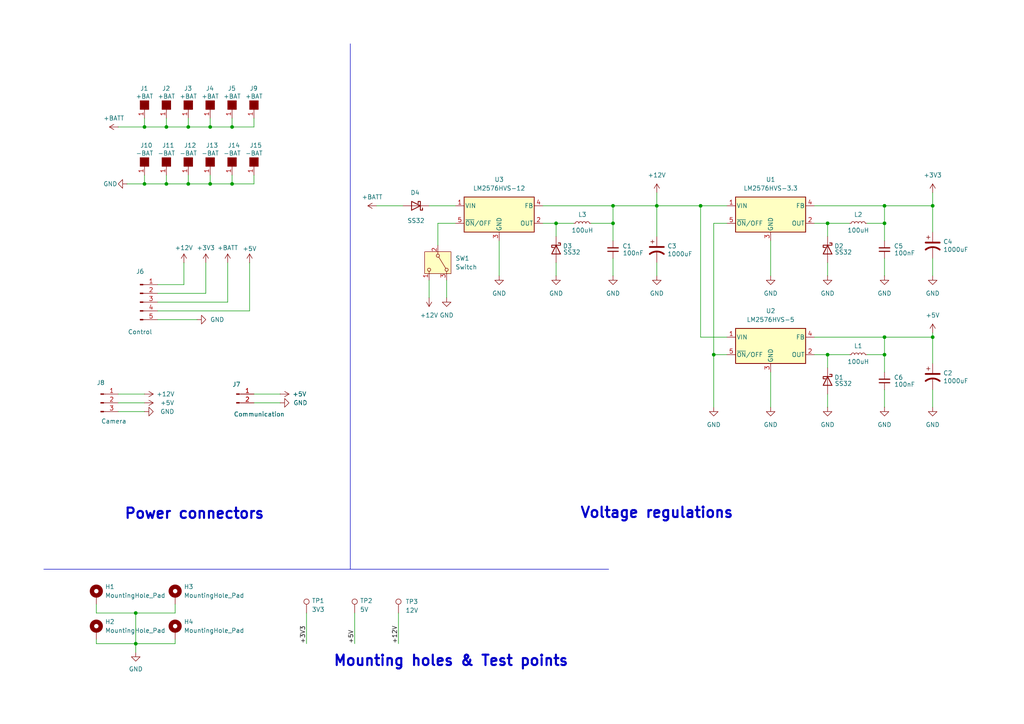
<source format=kicad_sch>
(kicad_sch (version 20231120) (generator "eeschema") (generator_version "8.0")
  (paper "A4")
  (title_block (title "Drone power distribution board") (date "2024-07-08") (company "SCHOOL OF AIR DEFENCE - TANGA"))
  (lib_symbols
    (symbol "Connector:Conn_01x02_Pin" (pin_names (offset 1.016) hide)
      (property "Reference" "J" (at 0 2.54 0))
      (property "Value" "Conn_01x02_Pin" (at 0 -5.08 0))
      (symbol "Conn_01x02_Pin_1_1"
        (polyline (pts (xy 1.27 -2.54) (xy 0.8636 -2.54)) (stroke (width 0.1524)))
        (polyline (pts (xy 1.27 0) (xy 0.8636 0)) (stroke (width 0.1524)))
        (rectangle (start 0.8636 -2.413) (end 0 -2.667) (stroke (width 0.1524)) (fill (type outline)))
        (rectangle (start 0.8636 0.127) (end 0 -0.127) (stroke (width 0.1524)) (fill (type outline)))
        (pin passive line (at 5.08 0 180) (length 3.81) (name "Pin_1") (number "1"))
        (pin passive line (at 5.08 -2.54 180) (length 3.81) (name "Pin_2") (number "2"))
      )
    )
    (symbol "Connector:Conn_01x03_Pin" (pin_names (offset 1.016) hide)
      (property "Reference" "J" (at 0 5.08 0))
      (property "Value" "Conn_01x03_Pin" (at 0 -5.08 0))
      (symbol "Conn_01x03_Pin_1_1"
        (polyline (pts (xy 1.27 -2.54) (xy 0.8636 -2.54)) (stroke (width 0.1524)))
        (polyline (pts (xy 1.27 0) (xy 0.8636 0)) (stroke (width 0.1524)))
        (polyline (pts (xy 1.27 2.54) (xy 0.8636 2.54)) (stroke (width 0.1524)))
        (rectangle (start 0.8636 -2.413) (end 0 -2.667) (stroke (width 0.1524)) (fill (type outline)))
        (rectangle (start 0.8636 0.127) (end 0 -0.127) (stroke (width 0.1524)) (fill (type outline)))
        (rectangle (start 0.8636 2.667) (end 0 2.413) (stroke (width 0.1524)) (fill (type outline)))
        (pin passive line (at 5.08 2.54 180) (length 3.81) (name "Pin_1") (number "1"))
        (pin passive line (at 5.08 0 180) (length 3.81) (name "Pin_2") (number "2"))
        (pin passive line (at 5.08 -2.54 180) (length 3.81) (name "Pin_3") (number "3"))
      )
    )
    (symbol "Connector:Conn_01x05_Pin" (pin_names (offset 1.016) hide)
      (property "Reference" "J" (at 0 7.62 0))
      (property "Value" "Conn_01x05_Pin" (at 0 -7.62 0))
      (symbol "Conn_01x05_Pin_1_1"
        (polyline (pts (xy 1.27 -5.08) (xy 0.8636 -5.08)) (stroke (width 0.1524)))
        (polyline (pts (xy 1.27 -2.54) (xy 0.8636 -2.54)) (stroke (width 0.1524)))
        (polyline (pts (xy 1.27 0) (xy 0.8636 0)) (stroke (width 0.1524)))
        (polyline (pts (xy 1.27 2.54) (xy 0.8636 2.54)) (stroke (width 0.1524)))
        (polyline (pts (xy 1.27 5.08) (xy 0.8636 5.08)) (stroke (width 0.1524)))
        (rectangle (start 0.8636 -4.953) (end 0 -5.207) (stroke (width 0.1524)) (fill (type outline)))
        (rectangle (start 0.8636 -2.413) (end 0 -2.667) (stroke (width 0.1524)) (fill (type outline)))
        (rectangle (start 0.8636 0.127) (end 0 -0.127) (stroke (width 0.1524)) (fill (type outline)))
        (rectangle (start 0.8636 2.667) (end 0 2.413) (stroke (width 0.1524)) (fill (type outline)))
        (rectangle (start 0.8636 5.207) (end 0 4.953) (stroke (width 0.1524)) (fill (type outline)))
        (pin passive line (at 5.08 5.08 180) (length 3.81) (name "Pin_1") (number "1"))
        (pin passive line (at 5.08 2.54 180) (length 3.81) (name "Pin_2") (number "2"))
        (pin passive line (at 5.08 0 180) (length 3.81) (name "Pin_3") (number "3"))
        (pin passive line (at 5.08 -2.54 180) (length 3.81) (name "Pin_4") (number "4"))
        (pin passive line (at 5.08 -5.08 180) (length 3.81) (name "Pin_5") (number "5"))
      )
    )
    (symbol "Connector:TestPoint" (pin_numbers hide) (pin_names (offset 0.762) hide)
      (property "Reference" "TP" (at 0 6.858 0))
      (property "Value" "TestPoint" (at 0 5.08 0))
      (symbol "TestPoint_0_1"
        (circle (center 0 3.302) (radius 0.762))
      )
      (symbol "TestPoint_1_1"
        (pin passive line (at 0 0 90) (length 2.54) (name "1") (number "1"))
      )
    )
    (symbol "Custom library:Rectangular_Pad_30x30mm"
      (property "Reference" "J" (at 0 2.54 0))
      (property "Value" "Rectangular_Pad_30x30mm" (at 0.254 -5.08 0))
      (symbol "Rectangular_Pad_30x30mm_1_1"
        (rectangle (start -1.27 1.27) (end 1.27 -1.27) (fill (type outline)))
        (pin input line (at 0 -3.81 90) (length 2.54) (name "") (number "1"))
      )
    )
    (symbol "Device:C_Polarized_US" (pin_numbers hide) (pin_names (offset 0.254) hide)
      (property "Reference" "C" (at 0.635 2.54 0))
      (property "Value" "C_Polarized_US" (at 0.635 -2.54 0))
      (symbol "C_Polarized_US_0_1"
        (polyline (pts (xy -2.032 0.762) (xy 2.032 0.762)) (stroke (width 0.508)))
        (polyline (pts (xy -1.778 2.286) (xy -0.762 2.286)))
        (polyline (pts (xy -1.27 1.778) (xy -1.27 2.794)))
        (arc (start 2.032 -1.27) (mid 0 -0.5572) (end -2.032 -1.27) (stroke (width 0.508)))
      )
      (symbol "C_Polarized_US_1_1"
        (pin passive line (at 0 3.81 270) (length 2.794) (name "~") (number "1"))
        (pin passive line (at 0 -3.81 90) (length 3.302) (name "~") (number "2"))
      )
    )
    (symbol "Device:C_Small" (pin_numbers hide) (pin_names (offset 0.254) hide)
      (property "Reference" "C" (at 0.254 1.778 0))
      (property "Value" "C_Small" (at 0.254 -2.032 0))
      (symbol "C_Small_0_1"
        (polyline (pts (xy -1.524 -0.508) (xy 1.524 -0.508)) (stroke (width 0.3302)))
        (polyline (pts (xy -1.524 0.508) (xy 1.524 0.508)) (stroke (width 0.3048)))
      )
      (symbol "C_Small_1_1"
        (pin passive line (at 0 2.54 270) (length 2.032) (name "~") (number "1"))
        (pin passive line (at 0 -2.54 90) (length 2.032) (name "~") (number "2"))
      )
    )
    (symbol "Device:L_Small" (pin_numbers hide) (pin_names (offset 0.254) hide)
      (property "Reference" "L" (at 0.762 1.016 0))
      (property "Value" "L_Small" (at 0.762 -1.016 0))
      (symbol "L_Small_0_1"
        (arc (start 0 -2.032) (mid 0.5058 -1.524) (end 0 -1.016))
        (arc (start 0 -1.016) (mid 0.5058 -0.508) (end 0 0))
        (arc (start 0 0) (mid 0.5058 0.508) (end 0 1.016))
        (arc (start 0 1.016) (mid 0.5058 1.524) (end 0 2.032))
      )
      (symbol "L_Small_1_1"
        (pin passive line (at 0 2.54 270) (length 0.508) (name "~") (number "1"))
        (pin passive line (at 0 -2.54 90) (length 0.508) (name "~") (number "2"))
      )
    )
    (symbol "Diode:SS32" (pin_numbers hide) (pin_names (offset 1.016) hide)
      (property "Reference" "D" (at 0 2.54 0))
      (property "Value" "SS32" (at 0 -2.54 0))
      (symbol "SS32_0_1"
        (polyline (pts (xy 1.27 0) (xy -1.27 0)))
        (polyline (pts (xy 1.27 1.27) (xy 1.27 -1.27) (xy -1.27 0) (xy 1.27 1.27)) (stroke (width 0.254)))
        (polyline (pts (xy -1.905 0.635) (xy -1.905 1.27) (xy -1.27 1.27) (xy -1.27 -1.27) (xy -0.635 -1.27) (xy -0.635 -0.635)) (stroke (width 0.254)))
      )
      (symbol "SS32_1_1"
        (pin passive line (at -3.81 0 0) (length 2.54) (name "K") (number "1"))
        (pin passive line (at 3.81 0 180) (length 2.54) (name "A") (number "2"))
      )
    )
    (symbol "Mechanical:MountingHole_Pad" (pin_numbers hide) (pin_names (offset 1.016) hide) (exclude_from_sim yes) (in_bom no)
      (property "Reference" "H" (at 0 6.35 0))
      (property "Value" "MountingHole_Pad" (at 0 4.445 0))
      (symbol "MountingHole_Pad_0_1"
        (circle (center 0 1.27) (radius 1.27) (stroke (width 1.27)))
      )
      (symbol "MountingHole_Pad_1_1"
        (pin input line (at 0 -2.54 90) (length 2.54) (name "1") (number "1"))
      )
    )
    (symbol "Regulator_Switching:LM2576HVS-12" (pin_names (offset 0.254))
      (property "Reference" "U" (at -10.16 6.35 0))
      (property "Value" "LM2576HVS-12" (at 0 6.35 0))
      (symbol "LM2576HVS-12_0_1"
        (rectangle (start -10.16 5.08) (end 10.16 -5.08) (stroke (width 0.254)) (fill (type background)))
      )
      (symbol "LM2576HVS-12_1_1"
        (pin power_in line (at -12.7 2.54 0) (length 2.54) (name "VIN") (number "1"))
        (pin output line (at 12.7 -2.54 180) (length 2.54) (name "OUT") (number "2"))
        (pin power_in line (at 0 -7.62 90) (length 2.54) (name "GND") (number "3"))
        (pin input line (at 12.7 2.54 180) (length 2.54) (name "FB") (number "4"))
        (pin input line (at -12.7 -2.54 0) (length 2.54) (name "~{ON}/OFF") (number "5"))
      )
    )
    (symbol "Regulator_Switching:LM2576HVS-3.3" (pin_names (offset 0.254))
      (property "Reference" "U" (at -10.16 6.35 0))
      (property "Value" "LM2576HVS-3.3" (at 0 6.35 0))
      (symbol "LM2576HVS-3.3_0_1"
        (rectangle (start -10.16 5.08) (end 10.16 -5.08) (stroke (width 0.254)) (fill (type background)))
      )
      (symbol "LM2576HVS-3.3_1_1"
        (pin power_in line (at -12.7 2.54 0) (length 2.54) (name "VIN") (number "1"))
        (pin output line (at 12.7 -2.54 180) (length 2.54) (name "OUT") (number "2"))
        (pin power_in line (at 0 -7.62 90) (length 2.54) (name "GND") (number "3"))
        (pin input line (at 12.7 2.54 180) (length 2.54) (name "FB") (number "4"))
        (pin input line (at -12.7 -2.54 0) (length 2.54) (name "~{ON}/OFF") (number "5"))
      )
    )
    (symbol "Regulator_Switching:LM2576HVS-5" (pin_names (offset 0.254))
      (property "Reference" "U" (at -10.16 6.35 0))
      (property "Value" "LM2576HVS-5" (at 0 6.35 0))
      (symbol "LM2576HVS-5_0_1"
        (rectangle (start -10.16 5.08) (end 10.16 -5.08) (stroke (width 0.254)) (fill (type background)))
      )
      (symbol "LM2576HVS-5_1_1"
        (pin power_in line (at -12.7 2.54 0) (length 2.54) (name "VIN") (number "1"))
        (pin output line (at 12.7 -2.54 180) (length 2.54) (name "OUT") (number "2"))
        (pin power_in line (at 0 -7.62 90) (length 2.54) (name "GND") (number "3"))
        (pin input line (at 12.7 2.54 180) (length 2.54) (name "FB") (number "4"))
        (pin input line (at -12.7 -2.54 0) (length 2.54) (name "~{ON}/OFF") (number "5"))
      )
    )
    (symbol "Switch:SW_SPDT_321" (pin_names (offset 1) hide)
      (property "Reference" "SW" (at 0 5.08 0))
      (property "Value" "SW_SPDT_321" (at 0 -5.08 0))
      (symbol "SW_SPDT_321_0_1"
        (circle (center -2.032 0) (radius 0.4572))
        (polyline (pts (xy -1.651 0.254) (xy 1.651 2.286)))
        (circle (center 2.032 -2.54) (radius 0.4572))
        (circle (center 2.032 2.54) (radius 0.4572))
      )
      (symbol "SW_SPDT_321_1_1"
        (rectangle (start -3.175 3.81) (end 3.175 -3.81) (fill (type background)))
        (pin passive line (at 5.08 -2.54 180) (length 2.54) (name "C") (number "1"))
        (pin passive line (at -5.08 0 0) (length 2.54) (name "B") (number "2"))
        (pin passive line (at 5.08 2.54 180) (length 2.54) (name "A") (number "3"))
      )
    )
    (symbol "power:+12V" (power) (pin_numbers hide) (pin_names (offset 0) hide)
      (property "Value" "+12V" (at 0 3.556 0))
      (symbol "+12V_0_1"
        (polyline (pts (xy -0.762 1.27) (xy 0 2.54)))
        (polyline (pts (xy 0 0) (xy 0 2.54)))
        (polyline (pts (xy 0 2.54) (xy 0.762 1.27)))
      )
      (symbol "+12V_1_1"
        (pin power_in line (at 0 0 90) (length 0) (name "~") (number "1"))
      )
    )
    (symbol "power:+3V3" (power) (pin_numbers hide) (pin_names (offset 0) hide)
      (property "Value" "+3V3" (at 0 3.556 0))
      (symbol "+3V3_0_1"
        (polyline (pts (xy -0.762 1.27) (xy 0 2.54)))
        (polyline (pts (xy 0 0) (xy 0 2.54)))
        (polyline (pts (xy 0 2.54) (xy 0.762 1.27)))
      )
      (symbol "+3V3_1_1"
        (pin power_in line (at 0 0 90) (length 0) (name "~") (number "1"))
      )
    )
    (symbol "power:+5V" (power) (pin_numbers hide) (pin_names (offset 0) hide)
      (property "Value" "+5V" (at 0 3.556 0))
      (symbol "+5V_0_1"
        (polyline (pts (xy -0.762 1.27) (xy 0 2.54)))
        (polyline (pts (xy 0 0) (xy 0 2.54)))
        (polyline (pts (xy 0 2.54) (xy 0.762 1.27)))
      )
      (symbol "+5V_1_1"
        (pin power_in line (at 0 0 90) (length 0) (name "~") (number "1"))
      )
    )
    (symbol "power:+BATT" (power) (pin_numbers hide) (pin_names (offset 0) hide)
      (property "Value" "+BATT" (at 0 3.556 0))
      (symbol "+BATT_0_1"
        (polyline (pts (xy -0.762 1.27) (xy 0 2.54)))
        (polyline (pts (xy 0 0) (xy 0 2.54)))
        (polyline (pts (xy 0 2.54) (xy 0.762 1.27)))
      )
      (symbol "+BATT_1_1"
        (pin power_in line (at 0 0 90) (length 0) (name "~") (number "1"))
      )
    )
    (symbol "power:GND" (power) (pin_numbers hide) (pin_names (offset 0) hide)
      (property "Value" "GND" (at 0 -3.81 0))
      (symbol "GND_0_1"
        (polyline (pts (xy 0 0) (xy 0 -1.27) (xy 1.27 -1.27) (xy 0 -2.54) (xy -1.27 -1.27) (xy 0 -1.27)))
      )
      (symbol "GND_1_1"
        (pin power_in line (at 0 0 270) (length 0) (name "~") (number "1"))
      )
    )
  )
  (junction (at 203.2 59.69))
  (junction (at 270.51 97.79))
  (junction (at 39.37 186.69))
  (junction (at 190.5 59.69))
  (junction (at 41.91 53.34))
  (junction (at 177.8 64.77))
  (junction (at 48.26 53.34))
  (junction (at 60.96 36.83))
  (junction (at 39.37 177.8))
  (junction (at 41.91 36.83))
  (junction (at 240.03 64.77))
  (junction (at 54.61 53.34))
  (junction (at 270.51 59.69))
  (junction (at 48.26 36.83))
  (junction (at 256.54 102.87))
  (junction (at 67.31 36.83))
  (junction (at 256.54 64.77))
  (junction (at 207.01 102.87))
  (junction (at 54.61 36.83))
  (junction (at 67.31 53.34))
  (junction (at 60.96 53.34))
  (junction (at 240.03 102.87))
  (junction (at 177.8 59.69))
  (junction (at 161.29 64.77))
  (junction (at 256.54 59.69))
  (junction (at 256.54 97.79))
  (wire (pts (xy 109.22 59.69) (xy 116.84 59.69)))
  (wire (pts (xy 50.8 186.69) (xy 50.8 185.42)))
  (wire (pts (xy 256.54 102.87) (xy 256.54 107.95)))
  (wire (pts (xy 60.96 36.83) (xy 54.61 36.83)))
  (wire (pts (xy 124.46 59.69) (xy 132.08 59.69)))
  (wire (pts (xy 41.91 53.34) (xy 41.91 50.8)))
  (polyline (pts (xy 101.6 12.7) (xy 101.6 165.1)))
  (wire (pts (xy 210.82 102.87) (xy 207.01 102.87)))
  (wire (pts (xy 67.31 50.8) (xy 67.31 53.34)))
  (wire (pts (xy 39.37 177.8) (xy 39.37 186.69)))
  (wire (pts (xy 207.01 102.87) (xy 207.01 64.77)))
  (wire (pts (xy 177.8 64.77) (xy 177.8 69.85)))
  (wire (pts (xy 177.8 74.93) (xy 177.8 80.01)))
  (wire (pts (xy 256.54 59.69) (xy 256.54 64.77)))
  (wire (pts (xy 34.29 36.83) (xy 41.91 36.83)))
  (wire (pts (xy 270.51 59.69) (xy 270.51 67.31)))
  (wire (pts (xy 39.37 177.8) (xy 27.94 177.8)))
  (wire (pts (xy 27.94 186.69) (xy 39.37 186.69)))
  (wire (pts (xy 240.03 102.87) (xy 240.03 106.68)))
  (wire (pts (xy 177.8 59.69) (xy 190.5 59.69)))
  (wire (pts (xy 270.51 74.93) (xy 270.51 80.01)))
  (wire (pts (xy 54.61 53.34) (xy 48.26 53.34)))
  (wire (pts (xy 115.57 177.8) (xy 115.57 186.69)))
  (wire (pts (xy 207.01 64.77) (xy 210.82 64.77)))
  (wire (pts (xy 48.26 50.8) (xy 48.26 53.34)))
  (wire (pts (xy 88.9 177.8) (xy 88.9 186.69)))
  (wire (pts (xy 127 64.77) (xy 132.08 64.77)))
  (wire (pts (xy 161.29 64.77) (xy 166.37 64.77)))
  (wire (pts (xy 73.66 34.29) (xy 73.66 36.83)))
  (wire (pts (xy 236.22 102.87) (xy 240.03 102.87)))
  (wire (pts (xy 171.45 64.77) (xy 177.8 64.77)))
  (wire (pts (xy 177.8 59.69) (xy 177.8 64.77)))
  (wire (pts (xy 207.01 102.87) (xy 207.01 118.11)))
  (wire (pts (xy 256.54 113.03) (xy 256.54 118.11)))
  (wire (pts (xy 161.29 76.2) (xy 161.29 80.01)))
  (wire (pts (xy 256.54 97.79) (xy 256.54 102.87)))
  (wire (pts (xy 60.96 53.34) (xy 54.61 53.34)))
  (wire (pts (xy 190.5 76.2) (xy 190.5 80.01)))
  (wire (pts (xy 256.54 74.93) (xy 256.54 80.01)))
  (wire (pts (xy 144.78 69.85) (xy 144.78 80.01)))
  (wire (pts (xy 53.34 76.2) (xy 53.34 82.55)))
  (wire (pts (xy 60.96 50.8) (xy 60.96 53.34)))
  (wire (pts (xy 129.54 81.28) (xy 129.54 86.36)))
  (wire (pts (xy 41.91 36.83) (xy 41.91 34.29)))
  (wire (pts (xy 203.2 97.79) (xy 203.2 59.69)))
  (wire (pts (xy 67.31 34.29) (xy 67.31 36.83)))
  (wire (pts (xy 190.5 59.69) (xy 203.2 59.69)))
  (wire (pts (xy 66.04 76.2) (xy 66.04 87.63)))
  (wire (pts (xy 256.54 59.69) (xy 270.51 59.69)))
  (wire (pts (xy 41.91 114.3) (xy 34.29 114.3)))
  (wire (pts (xy 59.69 85.09) (xy 45.72 85.09)))
  (wire (pts (xy 236.22 97.79) (xy 256.54 97.79)))
  (wire (pts (xy 240.03 64.77) (xy 240.03 68.58)))
  (wire (pts (xy 36.83 53.34) (xy 41.91 53.34)))
  (wire (pts (xy 39.37 186.69) (xy 39.37 189.23)))
  (wire (pts (xy 67.31 53.34) (xy 60.96 53.34)))
  (wire (pts (xy 270.51 113.03) (xy 270.51 118.11)))
  (wire (pts (xy 60.96 34.29) (xy 60.96 36.83)))
  (wire (pts (xy 73.66 36.83) (xy 67.31 36.83)))
  (wire (pts (xy 124.46 81.28) (xy 124.46 86.36)))
  (polyline (pts (xy 12.7 165.1) (xy 176.53 165.1)))
  (wire (pts (xy 256.54 64.77) (xy 256.54 69.85)))
  (wire (pts (xy 57.15 92.71) (xy 45.72 92.71)))
  (wire (pts (xy 54.61 50.8) (xy 54.61 53.34)))
  (wire (pts (xy 240.03 114.3) (xy 240.03 118.11)))
  (wire (pts (xy 236.22 64.77) (xy 240.03 64.77)))
  (wire (pts (xy 256.54 97.79) (xy 270.51 97.79)))
  (wire (pts (xy 270.51 97.79) (xy 270.51 105.41)))
  (wire (pts (xy 240.03 64.77) (xy 246.38 64.77)))
  (wire (pts (xy 72.39 90.17) (xy 45.72 90.17)))
  (wire (pts (xy 210.82 97.79) (xy 203.2 97.79)))
  (wire (pts (xy 67.31 36.83) (xy 60.96 36.83)))
  (wire (pts (xy 41.91 116.84) (xy 34.29 116.84)))
  (wire (pts (xy 127 71.12) (xy 127 64.77)))
  (wire (pts (xy 27.94 177.8) (xy 27.94 175.26)))
  (wire (pts (xy 48.26 53.34) (xy 41.91 53.34)))
  (wire (pts (xy 48.26 34.29) (xy 48.26 36.83)))
  (wire (pts (xy 157.48 59.69) (xy 177.8 59.69)))
  (wire (pts (xy 48.26 36.83) (xy 41.91 36.83)))
  (wire (pts (xy 190.5 59.69) (xy 190.5 68.58)))
  (wire (pts (xy 54.61 34.29) (xy 54.61 36.83)))
  (wire (pts (xy 251.46 102.87) (xy 256.54 102.87)))
  (wire (pts (xy 240.03 102.87) (xy 246.38 102.87)))
  (wire (pts (xy 41.91 119.38) (xy 34.29 119.38)))
  (wire (pts (xy 236.22 59.69) (xy 256.54 59.69)))
  (wire (pts (xy 251.46 64.77) (xy 256.54 64.77)))
  (wire (pts (xy 270.51 96.52) (xy 270.51 97.79)))
  (wire (pts (xy 157.48 64.77) (xy 161.29 64.77)))
  (wire (pts (xy 54.61 36.83) (xy 48.26 36.83)))
  (wire (pts (xy 270.51 55.88) (xy 270.51 59.69)))
  (wire (pts (xy 39.37 186.69) (xy 50.8 186.69)))
  (wire (pts (xy 53.34 82.55) (xy 45.72 82.55)))
  (wire (pts (xy 27.94 185.42) (xy 27.94 186.69)))
  (wire (pts (xy 73.66 53.34) (xy 67.31 53.34)))
  (wire (pts (xy 81.28 116.84) (xy 73.66 116.84)))
  (wire (pts (xy 203.2 59.69) (xy 210.82 59.69)))
  (wire (pts (xy 73.66 114.3) (xy 81.28 114.3)))
  (wire (pts (xy 50.8 175.26) (xy 50.8 177.8)))
  (wire (pts (xy 223.52 107.95) (xy 223.52 118.11)))
  (wire (pts (xy 102.87 177.8) (xy 102.87 186.69)))
  (wire (pts (xy 59.69 76.2) (xy 59.69 85.09)))
  (wire (pts (xy 72.39 76.2) (xy 72.39 90.17)))
  (wire (pts (xy 190.5 55.88) (xy 190.5 59.69)))
  (wire (pts (xy 50.8 177.8) (xy 39.37 177.8)))
  (wire (pts (xy 73.66 50.8) (xy 73.66 53.34)))
  (wire (pts (xy 223.52 69.85) (xy 223.52 80.01)))
  (wire (pts (xy 161.29 64.77) (xy 161.29 68.58)))
  (wire (pts (xy 66.04 87.63) (xy 45.72 87.63)))
  (wire (pts (xy 240.03 76.2) (xy 240.03 80.01)))
  (text "Voltage regulations" (at 190.5 148.844 0) (effects (font (size 3 3) (bold yes))))
  (text "Mounting holes & Test points" (at 130.81 191.77 0) (effects (font (size 3 3) (thickness 0.6) (bold yes))))
  (text "Power connectors" (at 56.388 149.098 0) (effects (font (size 3 3) (thickness 0.6) (bold yes))))
  (label "+12V" (at 115.57 186.69 90))
  (label "+3V3" (at 88.9 186.69 90))
  (label "+5V" (at 102.87 186.69 90))
  (symbol (lib_id "Device:C_Polarized_US") (at 190.5 72.39 0) (unit 1)
    (property "Reference" "C3" (at 193.548 71.374 0) (effects (justify left)))
    (property "Value" "1000uF" (at 193.548 73.66 0) (effects (justify left)))
    (property "Footprint" "Capacitor_THT:CP_Radial_D13.0mm_P5.00mm" (effects (hide yes)))
    (property "Description" "Polarized capacitor, US symbol" (effects (hide yes)))
  )
  (symbol (lib_id "power:GND") (at 240.03 118.11 0) (unit 1)
    (property "Reference" "#PWR03" (effects (hide yes)))
    (property "Value" "GND" (at 240.03 123.19 0))
    (property "Description" "Power symbol creates a global label with name \"GND\" , ground" (effects (hide yes)))
  )
  (symbol (lib_id "Diode:SS32") (at 240.03 110.49 270) (unit 1)
    (property "Reference" "D1" (at 243.332 109.474 90))
    (property "Value" "SS32" (at 244.602 111.252 90))
    (property "Footprint" "Diode_SMD:D_SMA" (effects (hide yes)))
    (property "Datasheet" "https://www.vishay.com/docs/88751/ss32.pdf" (effects (hide yes)))
    (property "Description" "20V 3A Schottky Diode, SMA" (effects (hide yes)))
  )
  (symbol (lib_id "power:GND") (at 256.54 118.11 0) (unit 1)
    (property "Reference" "#PWR04" (effects (hide yes)))
    (property "Value" "GND" (at 256.54 123.19 0))
    (property "Description" "Power symbol creates a global label with name \"GND\" , ground" (effects (hide yes)))
  )
  (symbol (lib_id "power:+12V") (at 53.34 76.2 0) (unit 1)
    (property "Reference" "#PWR021" (effects (hide yes)))
    (property "Value" "+12V" (at 53.34 71.882 0))
    (property "Description" "Power symbol creates a global label with name \"+12V\"" (effects (hide yes)))
  )
  (symbol (lib_id "power:GND") (at 270.51 80.01 0) (unit 1)
    (property "Reference" "#PWR010" (effects (hide yes)))
    (property "Value" "GND" (at 270.51 85.09 0))
    (property "Description" "Power symbol creates a global label with name \"GND\" , ground" (effects (hide yes)))
  )
  (symbol (lib_id "Custom library:Rectangular_Pad_30x30mm") (at 41.91 30.48 0) (unit 1)
    (property "Reference" "J1" (at 40.64 25.654 0) (effects (justify left)))
    (property "Value" "+BAT" (at 39.37 27.94 0) (effects (justify left)))
    (property "Footprint" "Custom library:Rectangular_Pad_20x20mm" (effects (hide yes)))
  )
  (symbol (lib_id "Regulator_Switching:LM2576HVS-3.3") (at 223.52 62.23 0) (unit 1)
    (property "Reference" "U1" (at 223.52 52.07 0))
    (property "Value" "LM2576HVS-3.3" (at 223.52 54.61 0))
    (property "Footprint" "Package_TO_SOT_SMD:TO-263-5_TabPin3" (effects (hide yes)))
    (property "Datasheet" "http://www.ti.com/lit/ds/symlink/lm2576.pdf" (effects (hide yes)))
    (property "Description" "3.3V, 3A, SIMPLE SWITCHER® Step-Down Voltage Regulator, High Voltage Input, TO-263" (effects (hide yes)))
  )
  (symbol (lib_id "Custom library:Rectangular_Pad_30x30mm") (at 41.91 46.99 0) (unit 1)
    (property "Reference" "J10" (at 40.64 42.164 0) (effects (justify left)))
    (property "Value" "-BAT" (at 39.37 44.45 0) (effects (justify left)))
    (property "Footprint" "Custom library:Rectangular_Pad_20x20mm" (effects (hide yes)))
  )
  (symbol (lib_id "Custom library:Rectangular_Pad_30x30mm") (at 73.66 30.48 0) (unit 1)
    (property "Reference" "J9" (at 72.39 25.654 0) (effects (justify left)))
    (property "Value" "+BAT" (at 71.12 27.94 0) (effects (justify left)))
    (property "Footprint" "Custom library:Rectangular_Pad_20x20mm" (effects (hide yes)))
  )
  (symbol (lib_id "power:GND") (at 57.15 92.71 90) (unit 1)
    (property "Reference" "#PWR025" (effects (hide yes)))
    (property "Value" "GND" (at 60.96 92.7099 90) (effects (justify right)))
    (property "Description" "Power symbol creates a global label with name \"GND\" , ground" (effects (hide yes)))
  )
  (symbol (lib_id "power:GND") (at 256.54 80.01 0) (unit 1)
    (property "Reference" "#PWR017" (effects (hide yes)))
    (property "Value" "GND" (at 256.54 85.09 0))
    (property "Description" "Power symbol creates a global label with name \"GND\" , ground" (effects (hide yes)))
  )
  (symbol (lib_id "Diode:SS32") (at 120.65 59.69 180) (unit 1)
    (property "Reference" "D4" (at 120.396 55.88 0))
    (property "Value" "SS32" (at 120.65 64.008 0))
    (property "Footprint" "Diode_SMD:D_SMA" (effects (hide yes)))
    (property "Datasheet" "https://www.vishay.com/docs/88751/ss32.pdf" (effects (hide yes)))
    (property "Description" "20V 3A Schottky Diode, SMA" (effects (hide yes)))
  )
  (symbol (lib_id "Custom library:Rectangular_Pad_30x30mm") (at 48.26 46.99 0) (unit 1)
    (property "Reference" "J11" (at 46.99 42.164 0) (effects (justify left)))
    (property "Value" "-BAT" (at 45.72 44.45 0) (effects (justify left)))
    (property "Footprint" "Custom library:Rectangular_Pad_20x20mm" (effects (hide yes)))
  )
  (symbol (lib_id "Custom library:Rectangular_Pad_30x30mm") (at 60.96 30.48 0) (unit 1)
    (property "Reference" "J4" (at 59.69 25.654 0) (effects (justify left)))
    (property "Value" "+BAT" (at 58.42 27.94 0) (effects (justify left)))
    (property "Footprint" "Custom library:Rectangular_Pad_20x20mm" (effects (hide yes)))
  )
  (symbol (lib_id "Switch:SW_SPDT_321") (at 127 76.2 270) (unit 1)
    (property "Reference" "SW1" (at 132.08 74.9299 90) (effects (justify left)))
    (property "Value" "Switch" (at 132.08 77.4699 90) (effects (justify left)))
    (property "Footprint" "Button_Switch_THT:SW_Slide_SPDT_Straight_CK_OS102011MS2Q" (effects (hide yes)))
    (property "Description" "Switch, single pole double throw" (effects (hide yes)))
  )
  (symbol (lib_id "Device:L_Small") (at 248.92 64.77 90) (unit 1)
    (property "Reference" "L2" (at 248.92 62.23 90))
    (property "Value" "100uH" (at 248.92 66.802 90))
    (property "Footprint" "Inductor_THT:L_Radial_D10.0mm_P5.00mm_Fastron_07P" (effects (hide yes)))
    (property "Description" "Inductor, small symbol" (effects (hide yes)))
  )
  (symbol (lib_id "Connector:Conn_01x05_Pin") (at 40.64 87.63 0) (unit 1)
    (property "Reference" "J6" (at 40.64 78.74 0))
    (property "Value" "Control" (at 40.64 96.266 0))
    (property "Footprint" "Connector_JST:JST_PH_B5B-PH-K_1x05_P2.00mm_Vertical" (effects (hide yes)))
    (property "Description" "Generic connector, single row, 01x05, script generated" (effects (hide yes)))
  )
  (symbol (lib_id "Custom library:Rectangular_Pad_30x30mm") (at 48.26 30.48 0) (unit 1)
    (property "Reference" "J2" (at 46.99 25.654 0) (effects (justify left)))
    (property "Value" "+BAT" (at 45.72 27.94 0) (effects (justify left)))
    (property "Footprint" "Custom library:Rectangular_Pad_20x20mm" (effects (hide yes)))
  )
  (symbol (lib_id "power:+3V3") (at 59.69 76.2 0) (unit 1)
    (property "Reference" "#PWR022" (effects (hide yes)))
    (property "Value" "+3V3" (at 59.69 71.882 0))
    (property "Description" "Power symbol creates a global label with name \"+3V3\"" (effects (hide yes)))
  )
  (symbol (lib_id "Connector:TestPoint") (at 102.87 177.8 0) (unit 1)
    (property "Reference" "TP2" (at 104.394 174.244 0) (effects (justify left)))
    (property "Value" "5V" (at 104.394 176.784 0) (effects (justify left)))
    (property "Footprint" "TestPoint:TestPoint_Pad_D1.0mm" (effects (hide yes)))
    (property "Description" "test point" (effects (hide yes)))
  )
  (symbol (lib_id "Custom library:Rectangular_Pad_30x30mm") (at 73.66 46.99 0) (unit 1)
    (property "Reference" "J15" (at 72.39 42.164 0) (effects (justify left)))
    (property "Value" "-BAT" (at 71.12 44.45 0) (effects (justify left)))
    (property "Footprint" "Custom library:Rectangular_Pad_20x20mm" (effects (hide yes)))
  )
  (symbol (lib_id "Custom library:Rectangular_Pad_30x30mm") (at 54.61 30.48 0) (unit 1)
    (property "Reference" "J3" (at 53.34 25.654 0) (effects (justify left)))
    (property "Value" "+BAT" (at 52.07 27.94 0) (effects (justify left)))
    (property "Footprint" "Custom library:Rectangular_Pad_20x20mm" (effects (hide yes)))
  )
  (symbol (lib_id "Mechanical:MountingHole_Pad") (at 27.94 172.72 0) (unit 1) (exclude_from_sim yes) (in_bom no)
    (property "Reference" "H1" (at 30.48 170.1799 0) (effects (justify left)))
    (property "Value" "MountingHole_Pad" (at 30.48 172.7199 0) (effects (justify left)))
    (property "Footprint" "MountingHole:MountingHole_3.5mm_Pad_Via" (effects (hide yes)))
    (property "Description" "Mounting Hole with connection" (effects (hide yes)))
  )
  (symbol (lib_id "power:+3V3") (at 270.51 55.88 0) (unit 1)
    (property "Reference" "#PWR020" (effects (hide yes)))
    (property "Value" "+3V3" (at 270.51 50.8 0))
    (property "Description" "Power symbol creates a global label with name \"+3V3\"" (effects (hide yes)))
  )
  (symbol (lib_id "power:GND") (at 223.52 80.01 0) (unit 1)
    (property "Reference" "#PWR013" (effects (hide yes)))
    (property "Value" "GND" (at 223.52 85.09 0))
    (property "Description" "Power symbol creates a global label with name \"GND\" , ground" (effects (hide yes)))
  )
  (symbol (lib_id "power:GND") (at 161.29 80.01 0) (unit 1)
    (property "Reference" "#PWR08" (effects (hide yes)))
    (property "Value" "GND" (at 161.29 85.09 0))
    (property "Description" "Power symbol creates a global label with name \"GND\" , ground" (effects (hide yes)))
  )
  (symbol (lib_id "power:GND") (at 190.5 80.01 0) (unit 1)
    (property "Reference" "#PWR09" (effects (hide yes)))
    (property "Value" "GND" (at 190.5 85.09 0))
    (property "Description" "Power symbol creates a global label with name \"GND\" , ground" (effects (hide yes)))
  )
  (symbol (lib_id "Mechanical:MountingHole_Pad") (at 50.8 172.72 0) (unit 1) (exclude_from_sim yes) (in_bom no)
    (property "Reference" "H3" (at 53.34 170.1799 0) (effects (justify left)))
    (property "Value" "MountingHole_Pad" (at 53.34 172.7199 0) (effects (justify left)))
    (property "Footprint" "MountingHole:MountingHole_3.5mm_Pad_Via" (effects (hide yes)))
    (property "Description" "Mounting Hole with connection" (effects (hide yes)))
  )
  (symbol (lib_id "power:GND") (at 129.54 86.36 0) (unit 1)
    (property "Reference" "#PWR015" (effects (hide yes)))
    (property "Value" "GND" (at 129.54 91.44 0))
    (property "Description" "Power symbol creates a global label with name \"GND\" , ground" (effects (hide yes)))
  )
  (symbol (lib_id "power:GND") (at 41.91 119.38 90) (unit 1)
    (property "Reference" "#PWR031" (effects (hide yes)))
    (property "Value" "GND" (at 46.482 119.38 90) (effects (justify right)))
    (property "Description" "Power symbol creates a global label with name \"GND\" , ground" (effects (hide yes)))
  )
  (symbol (lib_id "Connector:Conn_01x02_Pin") (at 68.58 114.3 0) (unit 1)
    (property "Reference" "J7" (at 68.58 111.506 0))
    (property "Value" "Communication" (at 75.184 120.142 0))
    (property "Footprint" "Connector_JST:JST_PH_B2B-PH-K_1x02_P2.00mm_Vertical" (effects (hide yes)))
    (property "Description" "Generic connector, single row, 01x02, script generated" (effects (hide yes)))
  )
  (symbol (lib_id "Custom library:Rectangular_Pad_30x30mm") (at 67.31 30.48 0) (unit 1)
    (property "Reference" "J5" (at 66.04 25.654 0) (effects (justify left)))
    (property "Value" "+BAT" (at 64.77 27.94 0) (effects (justify left)))
    (property "Footprint" "Custom library:Rectangular_Pad_20x20mm" (effects (hide yes)))
  )
  (symbol (lib_id "Connector:TestPoint") (at 115.57 177.8 0) (unit 1)
    (property "Reference" "TP3" (at 117.602 174.498 0) (effects (justify left)))
    (property "Value" "12V" (at 117.602 177.038 0) (effects (justify left)))
    (property "Footprint" "TestPoint:TestPoint_Pad_D1.0mm" (effects (hide yes)))
    (property "Description" "test point" (effects (hide yes)))
  )
  (symbol (lib_id "power:+5V") (at 81.28 114.3 270) (unit 1)
    (property "Reference" "#PWR027" (effects (hide yes)))
    (property "Value" "+5V" (at 86.868 114.3 90))
    (property "Description" "Power symbol creates a global label with name \"+5V\"" (effects (hide yes)))
  )
  (symbol (lib_id "power:GND") (at 81.28 116.84 90) (unit 1)
    (property "Reference" "#PWR026" (effects (hide yes)))
    (property "Value" "GND" (at 85.09 116.8399 90) (effects (justify right)))
    (property "Description" "Power symbol creates a global label with name \"GND\" , ground" (effects (hide yes)))
  )
  (symbol (lib_id "Diode:SS32") (at 161.29 72.39 270) (unit 1)
    (property "Reference" "D3" (at 164.592 71.374 90))
    (property "Value" "SS32" (at 165.862 73.152 90))
    (property "Footprint" "Diode_SMD:D_SMA" (effects (hide yes)))
    (property "Datasheet" "https://www.vishay.com/docs/88751/ss32.pdf" (effects (hide yes)))
    (property "Description" "20V 3A Schottky Diode, SMA" (effects (hide yes)))
  )
  (symbol (lib_id "power:+12V") (at 41.91 114.3 270) (unit 1)
    (property "Reference" "#PWR029" (effects (hide yes)))
    (property "Value" "+12V" (at 48.006 114.3 90))
    (property "Description" "Power symbol creates a global label with name \"+12V\"" (effects (hide yes)))
  )
  (symbol (lib_id "power:+BATT") (at 34.29 36.83 90) (unit 1)
    (property "Reference" "#PWR01" (effects (hide yes)))
    (property "Value" "+BATT" (at 33.02 34.29 90))
    (property "Description" "Power symbol creates a global label with name \"+BATT\"" (effects (hide yes)))
  )
  (symbol (lib_id "Device:C_Small") (at 256.54 72.39 180) (unit 1)
    (property "Reference" "C5" (at 260.604 71.374 0))
    (property "Value" "100nF" (at 262.382 73.406 0))
    (property "Footprint" "Capacitor_SMD:C_0805_2012Metric_Pad1.18x1.45mm_HandSolder" (effects (hide yes)))
    (property "Description" "Unpolarized capacitor, small symbol" (effects (hide yes)))
  )
  (symbol (lib_id "Mechanical:MountingHole_Pad") (at 27.94 182.88 0) (unit 1) (exclude_from_sim yes) (in_bom no)
    (property "Reference" "H2" (at 30.48 180.3399 0) (effects (justify left)))
    (property "Value" "MountingHole_Pad" (at 30.48 182.8799 0) (effects (justify left)))
    (property "Footprint" "MountingHole:MountingHole_3.5mm_Pad_Via" (effects (hide yes)))
    (property "Description" "Mounting Hole with connection" (effects (hide yes)))
  )
  (symbol (lib_id "Custom library:Rectangular_Pad_30x30mm") (at 60.96 46.99 0) (unit 1)
    (property "Reference" "J13" (at 59.69 42.164 0) (effects (justify left)))
    (property "Value" "-BAT" (at 58.42 44.45 0) (effects (justify left)))
    (property "Footprint" "Custom library:Rectangular_Pad_20x20mm" (effects (hide yes)))
  )
  (symbol (lib_id "Custom library:Rectangular_Pad_30x30mm") (at 67.31 46.99 0) (unit 1)
    (property "Reference" "J14" (at 66.04 42.164 0) (effects (justify left)))
    (property "Value" "-BAT" (at 64.77 44.45 0) (effects (justify left)))
    (property "Footprint" "Custom library:Rectangular_Pad_20x20mm" (effects (hide yes)))
  )
  (symbol (lib_id "power:+5V") (at 72.39 76.2 0) (unit 1)
    (property "Reference" "#PWR024" (effects (hide yes)))
    (property "Value" "+5V" (at 72.39 72.136 0))
    (property "Description" "Power symbol creates a global label with name \"+5V\"" (effects (hide yes)))
  )
  (symbol (lib_id "power:+BATT") (at 109.22 59.69 90) (unit 1)
    (property "Reference" "#PWR02" (effects (hide yes)))
    (property "Value" "+BATT" (at 107.95 57.15 90))
    (property "Description" "Power symbol creates a global label with name \"+BATT\"" (effects (hide yes)))
  )
  (symbol (lib_id "Regulator_Switching:LM2576HVS-5") (at 223.52 100.33 0) (unit 1)
    (property "Reference" "U2" (at 223.52 90.17 0))
    (property "Value" "LM2576HVS-5" (at 223.52 92.71 0))
    (property "Footprint" "Package_TO_SOT_SMD:TO-263-5_TabPin3" (effects (hide yes)))
    (property "Datasheet" "http://www.ti.com/lit/ds/symlink/lm2576.pdf" (effects (hide yes)))
    (property "Description" "5V 3A, SIMPLE SWITCHER® Step-Down Voltage Regulator, High Voltage Input, TO-263" (effects (hide yes)))
  )
  (symbol (lib_id "power:+12V") (at 190.5 55.88 0) (unit 1)
    (property "Reference" "#PWR07" (effects (hide yes)))
    (property "Value" "+12V" (at 190.5 50.8 0))
    (property "Description" "Power symbol creates a global label with name \"+12V\"" (effects (hide yes)))
  )
  (symbol (lib_id "Device:L_Small") (at 248.92 102.87 90) (unit 1)
    (property "Reference" "L1" (at 248.92 100.33 90))
    (property "Value" "100uH" (at 248.92 104.902 90))
    (property "Footprint" "Inductor_THT:L_Radial_D10.0mm_P5.00mm_Fastron_07P" (effects (hide yes)))
    (property "Description" "Inductor, small symbol" (effects (hide yes)))
  )
  (symbol (lib_id "Device:C_Polarized_US") (at 270.51 109.22 0) (unit 1)
    (property "Reference" "C2" (at 273.558 108.204 0) (effects (justify left)))
    (property "Value" "1000uF" (at 273.558 110.49 0) (effects (justify left)))
    (property "Footprint" "Capacitor_THT:CP_Radial_D13.0mm_P5.00mm" (effects (hide yes)))
    (property "Description" "Polarized capacitor, US symbol" (effects (hide yes)))
  )
  (symbol (lib_id "power:+5V") (at 41.91 116.84 270) (unit 1)
    (property "Reference" "#PWR030" (effects (hide yes)))
    (property "Value" "+5V" (at 48.514 116.84 90))
    (property "Description" "Power symbol creates a global label with name \"+5V\"" (effects (hide yes)))
  )
  (symbol (lib_id "Device:L_Small") (at 168.91 64.77 90) (unit 1)
    (property "Reference" "L3" (at 168.91 62.23 90))
    (property "Value" "100uH" (at 168.91 66.802 90))
    (property "Footprint" "Inductor_THT:L_Radial_D10.0mm_P5.00mm_Fastron_07P" (effects (hide yes)))
    (property "Description" "Inductor, small symbol" (effects (hide yes)))
  )
  (symbol (lib_id "Custom library:Rectangular_Pad_30x30mm") (at 54.61 46.99 0) (unit 1)
    (property "Reference" "J12" (at 53.34 42.164 0) (effects (justify left)))
    (property "Value" "-BAT" (at 52.07 44.45 0) (effects (justify left)))
    (property "Footprint" "Custom library:Rectangular_Pad_20x20mm" (effects (hide yes)))
  )
  (symbol (lib_id "Device:C_Small") (at 177.8 72.39 180) (unit 1)
    (property "Reference" "C1" (at 181.864 71.374 0))
    (property "Value" "100nF" (at 183.642 73.406 0))
    (property "Footprint" "Capacitor_SMD:C_0805_2012Metric_Pad1.18x1.45mm_HandSolder" (effects (hide yes)))
    (property "Description" "Unpolarized capacitor, small symbol" (effects (hide yes)))
  )
  (symbol (lib_id "power:GND") (at 144.78 80.01 0) (unit 1)
    (property "Reference" "#PWR012" (effects (hide yes)))
    (property "Value" "GND" (at 144.78 85.09 0))
    (property "Description" "Power symbol creates a global label with name \"GND\" , ground" (effects (hide yes)))
  )
  (symbol (lib_id "Regulator_Switching:LM2576HVS-12") (at 144.78 62.23 0) (unit 1)
    (property "Reference" "U3" (at 144.78 52.07 0))
    (property "Value" "LM2576HVS-12" (at 144.78 54.61 0))
    (property "Footprint" "Package_TO_SOT_SMD:TO-263-5_TabPin3" (effects (hide yes)))
    (property "Datasheet" "http://www.ti.com/lit/ds/symlink/lm2576.pdf" (effects (hide yes)))
    (property "Description" "12V, 3A SIMPLE SWITCHER® Step-Down Voltage Regulator, High Voltage Input, TO-263" (effects (hide yes)))
  )
  (symbol (lib_id "power:+BATT") (at 66.04 76.2 0) (unit 1)
    (property "Reference" "#PWR023" (effects (hide yes)))
    (property "Value" "+BATT" (at 66.04 71.882 0))
    (property "Description" "Power symbol creates a global label with name \"+BATT\"" (effects (hide yes)))
  )
  (symbol (lib_id "power:+12V") (at 124.46 86.36 180) (unit 1)
    (property "Reference" "#PWR018" (effects (hide yes)))
    (property "Value" "+12V" (at 124.46 91.44 0))
    (property "Description" "Power symbol creates a global label with name \"+12V\"" (effects (hide yes)))
  )
  (symbol (lib_id "Device:C_Small") (at 256.54 110.49 180) (unit 1)
    (property "Reference" "C6" (at 260.604 109.474 0))
    (property "Value" "100nF" (at 262.382 111.506 0))
    (property "Footprint" "Capacitor_SMD:C_0805_2012Metric_Pad1.18x1.45mm_HandSolder" (effects (hide yes)))
    (property "Description" "Unpolarized capacitor, small symbol" (effects (hide yes)))
  )
  (symbol (lib_id "power:GND") (at 39.37 189.23 0) (mirror y) (unit 1)
    (property "Reference" "#PWR028" (effects (hide yes)))
    (property "Value" "GND" (at 37.338 194.056 0) (effects (justify right)))
    (property "Description" "Power symbol creates a global label with name \"GND\" , ground" (effects (hide yes)))
  )
  (symbol (lib_id "power:GND") (at 240.03 80.01 0) (unit 1)
    (property "Reference" "#PWR06" (effects (hide yes)))
    (property "Value" "GND" (at 240.03 85.09 0))
    (property "Description" "Power symbol creates a global label with name \"GND\" , ground" (effects (hide yes)))
  )
  (symbol (lib_id "Device:C_Polarized_US") (at 270.51 71.12 0) (unit 1)
    (property "Reference" "C4" (at 273.558 70.104 0) (effects (justify left)))
    (property "Value" "1000uF" (at 273.558 72.39 0) (effects (justify left)))
    (property "Footprint" "Capacitor_THT:CP_Radial_D13.0mm_P5.00mm" (effects (hide yes)))
    (property "Description" "Polarized capacitor, US symbol" (effects (hide yes)))
  )
  (symbol (lib_id "power:GND") (at 36.83 53.34 270) (unit 1)
    (property "Reference" "#PWR032" (effects (hide yes)))
    (property "Value" "GND" (at 34.036 53.34 90) (effects (justify right)))
    (property "Description" "Power symbol creates a global label with name \"GND\" , ground" (effects (hide yes)))
  )
  (symbol (lib_id "Mechanical:MountingHole_Pad") (at 50.8 182.88 0) (unit 1) (exclude_from_sim yes) (in_bom no)
    (property "Reference" "H4" (at 53.34 180.3399 0) (effects (justify left)))
    (property "Value" "MountingHole_Pad" (at 53.34 182.8799 0) (effects (justify left)))
    (property "Footprint" "MountingHole:MountingHole_3.5mm_Pad_Via" (effects (hide yes)))
    (property "Description" "Mounting Hole with connection" (effects (hide yes)))
  )
  (symbol (lib_id "power:GND") (at 177.8 80.01 0) (unit 1)
    (property "Reference" "#PWR016" (effects (hide yes)))
    (property "Value" "GND" (at 177.8 85.09 0))
    (property "Description" "Power symbol creates a global label with name \"GND\" , ground" (effects (hide yes)))
  )
  (symbol (lib_id "power:GND") (at 270.51 118.11 0) (unit 1)
    (property "Reference" "#PWR011" (effects (hide yes)))
    (property "Value" "GND" (at 270.51 123.19 0))
    (property "Description" "Power symbol creates a global label with name \"GND\" , ground" (effects (hide yes)))
  )
  (symbol (lib_id "power:GND") (at 207.01 118.11 0) (unit 1)
    (property "Reference" "#PWR014" (effects (hide yes)))
    (property "Value" "GND" (at 207.01 123.19 0))
    (property "Description" "Power symbol creates a global label with name \"GND\" , ground" (effects (hide yes)))
  )
  (symbol (lib_id "Connector:Conn_01x03_Pin") (at 29.21 116.84 0) (unit 1)
    (property "Reference" "J8" (at 29.21 110.998 0))
    (property "Value" "Camera" (at 33.02 122.174 0))
    (property "Footprint" "Connector_JST:JST_PH_B3B-PH-K_1x03_P2.00mm_Vertical" (effects (hide yes)))
    (property "Description" "Generic connector, single row, 01x03, script generated" (effects (hide yes)))
  )
  (symbol (lib_id "Connector:TestPoint") (at 88.9 177.8 0) (unit 1)
    (property "Reference" "TP1" (at 90.424 174.244 0) (effects (justify left)))
    (property "Value" "3V3" (at 90.424 176.784 0) (effects (justify left)))
    (property "Footprint" "TestPoint:TestPoint_Pad_D1.0mm" (effects (hide yes)))
    (property "Description" "test point" (effects (hide yes)))
  )
  (symbol (lib_id "power:GND") (at 223.52 118.11 0) (unit 1)
    (property "Reference" "#PWR05" (effects (hide yes)))
    (property "Value" "GND" (at 223.52 123.19 0))
    (property "Description" "Power symbol creates a global label with name \"GND\" , ground" (effects (hide yes)))
  )
  (symbol (lib_id "power:+5V") (at 270.51 96.52 0) (unit 1)
    (property "Reference" "#PWR019" (effects (hide yes)))
    (property "Value" "+5V" (at 270.51 91.44 0))
    (property "Description" "Power symbol creates a global label with name \"+5V\"" (effects (hide yes)))
  )
  (symbol (lib_id "Diode:SS32") (at 240.03 72.39 270) (unit 1)
    (property "Reference" "D2" (at 243.332 71.374 90))
    (property "Value" "SS32" (at 244.602 73.152 90))
    (property "Footprint" "Diode_SMD:D_SMA" (effects (hide yes)))
    (property "Datasheet" "https://www.vishay.com/docs/88751/ss32.pdf" (effects (hide yes)))
    (property "Description" "20V 3A Schottky Diode, SMA" (effects (hide yes)))
  )
)
</source>
